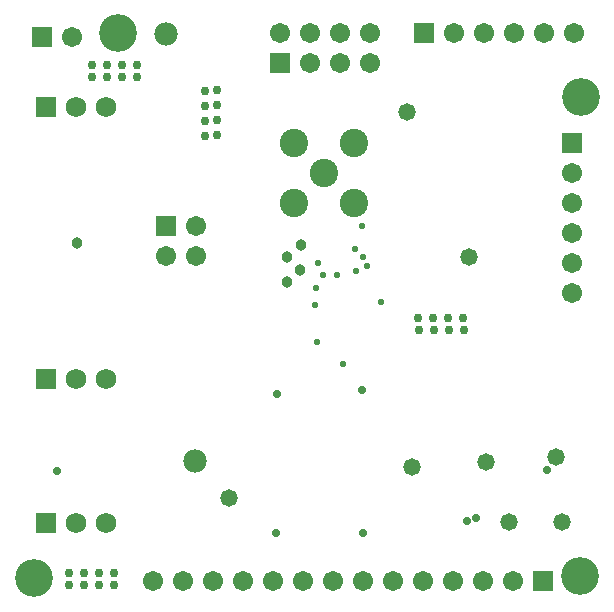
<source format=gbs>
G04*
G04 #@! TF.GenerationSoftware,Altium Limited,Altium Designer,18.0.11 (651)*
G04*
G04 Layer_Color=16711935*
%FSLAX25Y25*%
%MOIN*%
G70*
G01*
G75*
%ADD41R,0.06706X0.06706*%
%ADD42C,0.06706*%
%ADD43C,0.09461*%
%ADD44R,0.06706X0.06706*%
%ADD45C,0.06902*%
%ADD46R,0.06902X0.06902*%
%ADD47C,0.12611*%
%ADD48C,0.05800*%
%ADD49C,0.02800*%
%ADD50C,0.02300*%
%ADD51C,0.03000*%
%ADD52C,0.03800*%
%ADD53C,0.07800*%
D41*
X179055Y-192126D02*
D03*
X139528Y-9449D02*
D03*
X91575Y-19449D02*
D03*
X12126Y-11024D02*
D03*
D42*
X169055Y-192126D02*
D03*
X159055D02*
D03*
X149055D02*
D03*
X139055D02*
D03*
X129055D02*
D03*
X119055D02*
D03*
X109055D02*
D03*
X99055D02*
D03*
X89055D02*
D03*
X79055D02*
D03*
X69055D02*
D03*
X59055D02*
D03*
X49055D02*
D03*
X189528Y-9449D02*
D03*
X179528D02*
D03*
X169528D02*
D03*
X159528D02*
D03*
X149528D02*
D03*
X91575D02*
D03*
X101575Y-19449D02*
D03*
Y-9449D02*
D03*
X111575Y-19449D02*
D03*
Y-9449D02*
D03*
X121575Y-19449D02*
D03*
Y-9449D02*
D03*
X63490Y-84020D02*
D03*
X53490D02*
D03*
X63490Y-74020D02*
D03*
X188740Y-56172D02*
D03*
Y-66172D02*
D03*
Y-76172D02*
D03*
Y-86172D02*
D03*
Y-96172D02*
D03*
X22126Y-11024D02*
D03*
D43*
X96070Y-46340D02*
D03*
X116070D02*
D03*
Y-66340D02*
D03*
X96070D02*
D03*
X106070Y-56340D02*
D03*
D44*
X53490Y-74020D02*
D03*
X188740Y-46172D02*
D03*
D45*
X33465Y-124803D02*
D03*
X23465D02*
D03*
X33465Y-173000D02*
D03*
X23465D02*
D03*
X33465Y-34290D02*
D03*
X23465D02*
D03*
D46*
X13465Y-124803D02*
D03*
Y-173000D02*
D03*
Y-34290D02*
D03*
D47*
X9370Y-191420D02*
D03*
X191480Y-190750D02*
D03*
X191880Y-30760D02*
D03*
X37610Y-9580D02*
D03*
D48*
X134000Y-36040D02*
D03*
X167990Y-172600D02*
D03*
X183670Y-150780D02*
D03*
X154610Y-84280D02*
D03*
X185530Y-172450D02*
D03*
X74550Y-164570D02*
D03*
X135600Y-154290D02*
D03*
X160280Y-152620D02*
D03*
D49*
X119340Y-176190D02*
D03*
X180600Y-155150D02*
D03*
X118850Y-128590D02*
D03*
X17200Y-155660D02*
D03*
X90520Y-130040D02*
D03*
X90200Y-176110D02*
D03*
X156840Y-171150D02*
D03*
X153740Y-172090D02*
D03*
D50*
X110600Y-90150D02*
D03*
X105990Y-90380D02*
D03*
X104160Y-86150D02*
D03*
X116710Y-88900D02*
D03*
X119080Y-84270D02*
D03*
X120610Y-87230D02*
D03*
X103480Y-94720D02*
D03*
X103920Y-112690D02*
D03*
X103300Y-100290D02*
D03*
X125250Y-99410D02*
D03*
X112630Y-119980D02*
D03*
X118760Y-73820D02*
D03*
X116620Y-81630D02*
D03*
D51*
X36220Y-189570D02*
D03*
X31220D02*
D03*
X26220D02*
D03*
X21220D02*
D03*
X21310Y-193520D02*
D03*
X26310D02*
D03*
X31310D02*
D03*
X36310D02*
D03*
X66640Y-28800D02*
D03*
Y-33800D02*
D03*
Y-38800D02*
D03*
Y-43800D02*
D03*
X70590Y-43710D02*
D03*
Y-38710D02*
D03*
Y-33710D02*
D03*
Y-28710D02*
D03*
X43840Y-20160D02*
D03*
X38840D02*
D03*
X33840D02*
D03*
X28840D02*
D03*
X28930Y-24110D02*
D03*
X33930D02*
D03*
X38930D02*
D03*
X43930D02*
D03*
X152700Y-108610D02*
D03*
X147700D02*
D03*
X142700D02*
D03*
X137700D02*
D03*
X137610Y-104660D02*
D03*
X142610D02*
D03*
X147610D02*
D03*
X152610D02*
D03*
D52*
X93700Y-92630D02*
D03*
X93840Y-84370D02*
D03*
X98360Y-80110D02*
D03*
X98330Y-88600D02*
D03*
X23740Y-79490D02*
D03*
D53*
X53450Y-9830D02*
D03*
X63110Y-152160D02*
D03*
M02*

</source>
